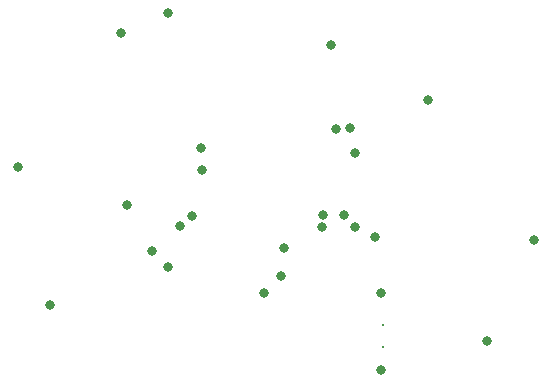
<source format=gbs>
G04*
G04 #@! TF.GenerationSoftware,Altium Limited,Altium Designer,22.9.1 (49)*
G04*
G04 Layer_Color=16711935*
%FSLAX44Y44*%
%MOMM*%
G71*
G04*
G04 #@! TF.SameCoordinates,EB67C6D0-91D5-4CF3-8B5F-14A5E2A69FE3*
G04*
G04*
G04 #@! TF.FilePolarity,Negative*
G04*
G01*
G75*
%ADD37C,0.2032*%
%ADD40C,0.8128*%
D37*
X651500Y312750D02*
D03*
Y294750D02*
D03*
D40*
X435000Y415000D02*
D03*
X650000Y340000D02*
D03*
Y275000D02*
D03*
X607900Y550000D02*
D03*
X430000Y560000D02*
D03*
X342838Y447162D02*
D03*
X780000Y385000D02*
D03*
X740000Y300000D02*
D03*
X551000Y340107D02*
D03*
X690000Y504000D02*
D03*
X568000Y378000D02*
D03*
X470054Y576946D02*
D03*
X644946Y388000D02*
D03*
X480000Y397000D02*
D03*
X600000Y396000D02*
D03*
X565893Y355000D02*
D03*
X628000Y396000D02*
D03*
Y459000D02*
D03*
X490000Y405000D02*
D03*
X456000Y376000D02*
D03*
X601000Y406000D02*
D03*
X619000D02*
D03*
X624000Y480000D02*
D03*
X612000Y479000D02*
D03*
X370000Y330000D02*
D03*
X470000Y362000D02*
D03*
X499000Y444000D02*
D03*
X498000Y463000D02*
D03*
M02*

</source>
